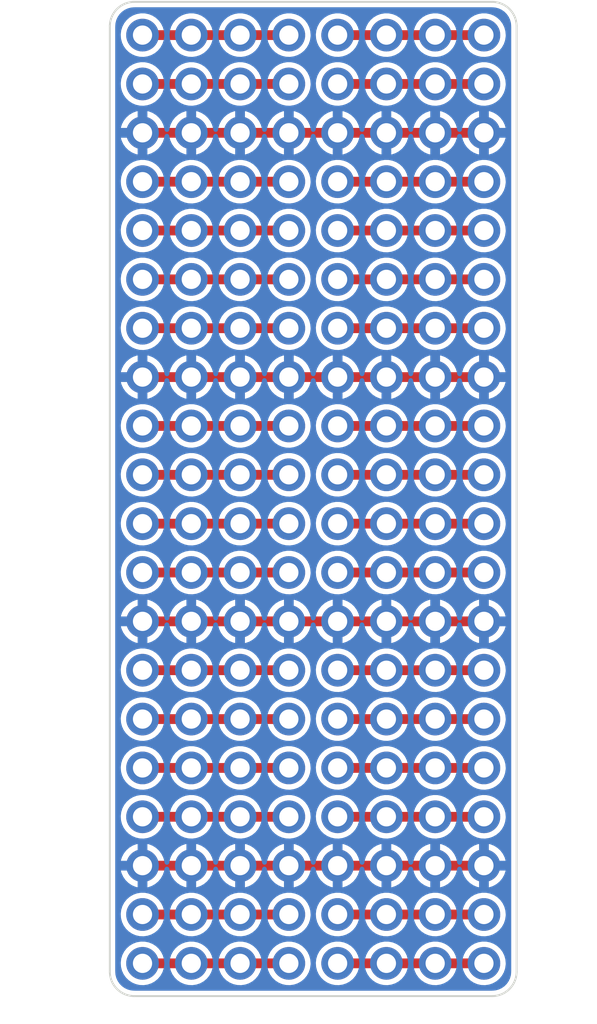
<source format=kicad_pcb>
(kicad_pcb (version 20211014) (generator pcbnew)
  (layers (0 "F.Cu" signal) (31 "B.Cu" signal) (34 "B.Paste" user) (35 "F.Paste" user) (36 "B.SilkS" user "B.Silkscreen") (37 "F.SilkS" user "F.Silkscreen") (38 "B.Mask" user) (39 "F.Mask" user) (44 "Edge.Cuts" user))
  (net 0 "")
  (net 1 "Net-(J1-Pad1)")
  (net 2 "Net-(J1-Pad2)")
  (net 3 "Net-(J1-Pad4)")
  (net 4 "Net-(J1-Pad5)")
  (net 5 "Net-(J1-Pad6)")
  (net 6 "Net-(J1-Pad7)")
  (net 7 "Net-(J1-Pad9)")
  (net 8 "Net-(J1-Pad10)")
  (net 9 "Net-(J1-Pad11)")
  (net 10 "Net-(J1-Pad12)")
  (net 11 "Net-(J1-Pad14)")
  (net 12 "Net-(J1-Pad15)")
  (net 13 "Net-(J1-Pad16)")
  (net 14 "Net-(J1-Pad17)")
  (net 15 "Net-(J1-Pad19)")
  (net 16 "Net-(J1-Pad20)")
  (net 17 "GND")
  (net 18 "Net-(J5-Pad1)")
  (net 19 "Net-(J5-Pad2)")
  (net 20 "Net-(J5-Pad4)")
  (net 21 "Net-(J5-Pad5)")
  (net 22 "Net-(J5-Pad6)")
  (net 23 "Net-(J5-Pad7)")
  (net 24 "Net-(J5-Pad9)")
  (net 25 "Net-(J5-Pad10)")
  (net 26 "Net-(J5-Pad11)")
  (net 27 "Net-(J5-Pad12)")
  (net 28 "Net-(J5-Pad14)")
  (net 29 "Net-(J5-Pad15)")
  (net 30 "Net-(J5-Pad16)")
  (net 31 "Net-(J5-Pad17)")
  (net 32 "Net-(J5-Pad19)")
  (net 33 "Net-(J5-Pad20)")
  (footprint "Library:PinHeader_1x20_P2.54mm_Vertical_Uniform" (layer "F.Cu") (at 160.4518 78.3082)
    (fp_text reference "J8" hide)
    (fp_text value "Right Header Pins" hide)
    (pad "1" thru_hole oval (at 0 0) (size 1.7 1.7) (drill 1) (layers *.Cu *.Mask) (net 18 "Net-(J5-Pad1)"))
    (pad "2" thru_hole oval (at 0 2.54) (size 1.7 1.7) (drill 1) (layers *.Cu *.Mask) (net 19 "Net-(J5-Pad2)"))
    (pad "3" thru_hole oval (at 0 5.08) (size 1.7 1.7) (drill 1) (layers *.Cu *.Mask) (net 17 "GND"))
    (pad "4" thru_hole oval (at 0 7.62) (size 1.7 1.7) (drill 1) (layers *.Cu *.Mask) (net 20 "Net-(J5-Pad4)"))
    (pad "5" thru_hole oval (at 0 10.16) (size 1.7 1.7) (drill 1) (layers *.Cu *.Mask) (net 21 "Net-(J5-Pad5)"))
    (pad "6" thru_hole oval (at 0 12.7) (size 1.7 1.7) (drill 1) (layers *.Cu *.Mask) (net 22 "Net-(J5-Pad6)"))
    (pad "7" thru_hole oval (at 0 15.24) (size 1.7 1.7) (drill 1) (layers *.Cu *.Mask) (net 23 "Net-(J5-Pad7)"))
    (pad "8" thru_hole oval (at 0 17.78) (size 1.7 1.7) (drill 1) (layers *.Cu *.Mask) (net 17 "GND"))
    (pad "9" thru_hole oval (at 0 20.32) (size 1.7 1.7) (drill 1) (layers *.Cu *.Mask) (net 24 "Net-(J5-Pad9)"))
    (pad "10" thru_hole oval (at 0 22.86) (size 1.7 1.7) (drill 1) (layers *.Cu *.Mask) (net 25 "Net-(J5-Pad10)"))
    (pad "11" thru_hole oval (at 0 25.4) (size 1.7 1.7) (drill 1) (layers *.Cu *.Mask) (net 26 "Net-(J5-Pad11)"))
    (pad "12" thru_hole oval (at 0 27.94) (size 1.7 1.7) (drill 1) (layers *.Cu *.Mask) (net 27 "Net-(J5-Pad12)"))
    (pad "13" thru_hole oval (at 0 30.48) (size 1.7 1.7) (drill 1) (layers *.Cu *.Mask) (net 17 "GND"))
    (pad "14" thru_hole oval (at 0 33.02) (size 1.7 1.7) (drill 1) (layers *.Cu *.Mask) (net 28 "Net-(J5-Pad14)"))
    (pad "15" thru_hole oval (at 0 35.56) (size 1.7 1.7) (drill 1) (layers *.Cu *.Mask) (net 29 "Net-(J5-Pad15)"))
    (pad "16" thru_hole oval (at 0 38.1) (size 1.7 1.7) (drill 1) (layers *.Cu *.Mask) (net 30 "Net-(J5-Pad16)"))
    (pad "17" thru_hole oval (at 0 40.64) (size 1.7 1.7) (drill 1) (layers *.Cu *.Mask) (net 31 "Net-(J5-Pad17)"))
    (pad "18" thru_hole oval (at 0 43.18) (size 1.7 1.7) (drill 1) (layers *.Cu *.Mask) (net 17 "GND"))
    (pad "19" thru_hole oval (at 0 45.72) (size 1.7 1.7) (drill 1) (layers *.Cu *.Mask) (net 32 "Net-(J5-Pad19)"))
    (pad "20" thru_hole oval (at 0 48.26) (size 1.7 1.7) (drill 1) (layers *.Cu *.Mask) (net 33 "Net-(J5-Pad20)"))
  )
  (footprint "Library:PinHeader_1x20_P2.54mm_Vertical_Uniform" (layer "F.Cu") (at 157.9118 78.3082)
    (fp_text reference "J7" hide)
    (fp_text value "Right Header Pins" hide)
    (pad "1" thru_hole oval (at 0 0) (size 1.7 1.7) (drill 1) (layers *.Cu *.Mask) (net 18 "Net-(J5-Pad1)"))
    (pad "2" thru_hole oval (at 0 2.54) (size 1.7 1.7) (drill 1) (layers *.Cu *.Mask) (net 19 "Net-(J5-Pad2)"))
    (pad "3" thru_hole oval (at 0 5.08) (size 1.7 1.7) (drill 1) (layers *.Cu *.Mask) (net 17 "GND"))
    (pad "4" thru_hole oval (at 0 7.62) (size 1.7 1.7) (drill 1) (layers *.Cu *.Mask) (net 20 "Net-(J5-Pad4)"))
    (pad "5" thru_hole oval (at 0 10.16) (size 1.7 1.7) (drill 1) (layers *.Cu *.Mask) (net 21 "Net-(J5-Pad5)"))
    (pad "6" thru_hole oval (at 0 12.7) (size 1.7 1.7) (drill 1) (layers *.Cu *.Mask) (net 22 "Net-(J5-Pad6)"))
    (pad "7" thru_hole oval (at 0 15.24) (size 1.7 1.7) (drill 1) (layers *.Cu *.Mask) (net 23 "Net-(J5-Pad7)"))
    (pad "8" thru_hole oval (at 0 17.78) (size 1.7 1.7) (drill 1) (layers *.Cu *.Mask) (net 17 "GND"))
    (pad "9" thru_hole oval (at 0 20.32) (size 1.7 1.7) (drill 1) (layers *.Cu *.Mask) (net 24 "Net-(J5-Pad9)"))
    (pad "10" thru_hole oval (at 0 22.86) (size 1.7 1.7) (drill 1) (layers *.Cu *.Mask) (net 25 "Net-(J5-Pad10)"))
    (pad "11" thru_hole oval (at 0 25.4) (size 1.7 1.7) (drill 1) (layers *.Cu *.Mask) (net 26 "Net-(J5-Pad11)"))
    (pad "12" thru_hole oval (at 0 27.94) (size 1.7 1.7) (drill 1) (layers *.Cu *.Mask) (net 27 "Net-(J5-Pad12)"))
    (pad "13" thru_hole oval (at 0 30.48) (size 1.7 1.7) (drill 1) (layers *.Cu *.Mask) (net 17 "GND"))
    (pad "14" thru_hole oval (at 0 33.02) (size 1.7 1.7) (drill 1) (layers *.Cu *.Mask) (net 28 "Net-(J5-Pad14)"))
    (pad "15" thru_hole oval (at 0 35.56) (size 1.7 1.7) (drill 1) (layers *.Cu *.Mask) (net 29 "Net-(J5-Pad15)"))
    (pad "16" thru_hole oval (at 0 38.1) (size 1.7 1.7) (drill 1) (layers *.Cu *.Mask) (net 30 "Net-(J5-Pad16)"))
    (pad "17" thru_hole oval (at 0 40.64) (size 1.7 1.7) (drill 1) (layers *.Cu *.Mask) (net 31 "Net-(J5-Pad17)"))
    (pad "18" thru_hole oval (at 0 43.18) (size 1.7 1.7) (drill 1) (layers *.Cu *.Mask) (net 17 "GND"))
    (pad "19" thru_hole oval (at 0 45.72) (size 1.7 1.7) (drill 1) (layers *.Cu *.Mask) (net 32 "Net-(J5-Pad19)"))
    (pad "20" thru_hole oval (at 0 48.26) (size 1.7 1.7) (drill 1) (layers *.Cu *.Mask) (net 33 "Net-(J5-Pad20)"))
  )
  (footprint "Library:PinHeader_1x20_P2.54mm_Vertical_Uniform" (layer "F.Cu") (at 145.2118 78.3082)
    (fp_text reference "J2" hide)
    (fp_text value "Left Header Pins" hide)
    (pad "1" thru_hole oval (at 0 0) (size 1.7 1.7) (drill 1) (layers *.Cu *.Mask) (net 1 "Net-(J1-Pad1)"))
    (pad "2" thru_hole oval (at 0 2.54) (size 1.7 1.7) (drill 1) (layers *.Cu *.Mask) (net 2 "Net-(J1-Pad2)"))
    (pad "3" thru_hole oval (at 0 5.08) (size 1.7 1.7) (drill 1) (layers *.Cu *.Mask) (net 17 "GND"))
    (pad "4" thru_hole oval (at 0 7.62) (size 1.7 1.7) (drill 1) (layers *.Cu *.Mask) (net 3 "Net-(J1-Pad4)"))
    (pad "5" thru_hole oval (at 0 10.16) (size 1.7 1.7) (drill 1) (layers *.Cu *.Mask) (net 4 "Net-(J1-Pad5)"))
    (pad "6" thru_hole oval (at 0 12.7) (size 1.7 1.7) (drill 1) (layers *.Cu *.Mask) (net 5 "Net-(J1-Pad6)"))
    (pad "7" thru_hole oval (at 0 15.24) (size 1.7 1.7) (drill 1) (layers *.Cu *.Mask) (net 6 "Net-(J1-Pad7)"))
    (pad "8" thru_hole oval (at 0 17.78) (size 1.7 1.7) (drill 1) (layers *.Cu *.Mask) (net 17 "GND"))
    (pad "9" thru_hole oval (at 0 20.32) (size 1.7 1.7) (drill 1) (layers *.Cu *.Mask) (net 7 "Net-(J1-Pad9)"))
    (pad "10" thru_hole oval (at 0 22.86) (size 1.7 1.7) (drill 1) (layers *.Cu *.Mask) (net 8 "Net-(J1-Pad10)"))
    (pad "11" thru_hole oval (at 0 25.4) (size 1.7 1.7) (drill 1) (layers *.Cu *.Mask) (net 9 "Net-(J1-Pad11)"))
    (pad "12" thru_hole oval (at 0 27.94) (size 1.7 1.7) (drill 1) (layers *.Cu *.Mask) (net 10 "Net-(J1-Pad12)"))
    (pad "13" thru_hole oval (at 0 30.48) (size 1.7 1.7) (drill 1) (layers *.Cu *.Mask) (net 17 "GND"))
    (pad "14" thru_hole oval (at 0 33.02) (size 1.7 1.7) (drill 1) (layers *.Cu *.Mask) (net 11 "Net-(J1-Pad14)"))
    (pad "15" thru_hole oval (at 0 35.56) (size 1.7 1.7) (drill 1) (layers *.Cu *.Mask) (net 12 "Net-(J1-Pad15)"))
    (pad "16" thru_hole oval (at 0 38.1) (size 1.7 1.7) (drill 1) (layers *.Cu *.Mask) (net 13 "Net-(J1-Pad16)"))
    (pad "17" thru_hole oval (at 0 40.64) (size 1.7 1.7) (drill 1) (layers *.Cu *.Mask) (net 14 "Net-(J1-Pad17)"))
    (pad "18" thru_hole oval (at 0 43.18) (size 1.7 1.7) (drill 1) (layers *.Cu *.Mask) (net 17 "GND"))
    (pad "19" thru_hole oval (at 0 45.72) (size 1.7 1.7) (drill 1) (layers *.Cu *.Mask) (net 15 "Net-(J1-Pad19)"))
    (pad "20" thru_hole oval (at 0 48.26) (size 1.7 1.7) (drill 1) (layers *.Cu *.Mask) (net 16 "Net-(J1-Pad20)"))
  )
  (footprint "Library:PinHeader_1x20_P2.54mm_Vertical_Uniform" (layer "F.Cu") (at 147.7518 78.3082)
    (fp_text reference "J3" hide)
    (fp_text value "Left Header Pins" hide)
    (pad "1" thru_hole oval (at 0 0) (size 1.7 1.7) (drill 1) (layers *.Cu *.Mask) (net 1 "Net-(J1-Pad1)"))
    (pad "2" thru_hole oval (at 0 2.54) (size 1.7 1.7) (drill 1) (layers *.Cu *.Mask) (net 2 "Net-(J1-Pad2)"))
    (pad "3" thru_hole oval (at 0 5.08) (size 1.7 1.7) (drill 1) (layers *.Cu *.Mask) (net 17 "GND"))
    (pad "4" thru_hole oval (at 0 7.62) (size 1.7 1.7) (drill 1) (layers *.Cu *.Mask) (net 3 "Net-(J1-Pad4)"))
    (pad "5" thru_hole oval (at 0 10.16) (size 1.7 1.7) (drill 1) (layers *.Cu *.Mask) (net 4 "Net-(J1-Pad5)"))
    (pad "6" thru_hole oval (at 0 12.7) (size 1.7 1.7) (drill 1) (layers *.Cu *.Mask) (net 5 "Net-(J1-Pad6)"))
    (pad "7" thru_hole oval (at 0 15.24) (size 1.7 1.7) (drill 1) (layers *.Cu *.Mask) (net 6 "Net-(J1-Pad7)"))
    (pad "8" thru_hole oval (at 0 17.78) (size 1.7 1.7) (drill 1) (layers *.Cu *.Mask) (net 17 "GND"))
    (pad "9" thru_hole oval (at 0 20.32) (size 1.7 1.7) (drill 1) (layers *.Cu *.Mask) (net 7 "Net-(J1-Pad9)"))
    (pad "10" thru_hole oval (at 0 22.86) (size 1.7 1.7) (drill 1) (layers *.Cu *.Mask) (net 8 "Net-(J1-Pad10)"))
    (pad "11" thru_hole oval (at 0 25.4) (size 1.7 1.7) (drill 1) (layers *.Cu *.Mask) (net 9 "Net-(J1-Pad11)"))
    (pad "12" thru_hole oval (at 0 27.94) (size 1.7 1.7) (drill 1) (layers *.Cu *.Mask) (net 10 "Net-(J1-Pad12)"))
    (pad "13" thru_hole oval (at 0 30.48) (size 1.7 1.7) (drill 1) (layers *.Cu *.Mask) (net 17 "GND"))
    (pad "14" thru_hole oval (at 0 33.02) (size 1.7 1.7) (drill 1) (layers *.Cu *.Mask) (net 11 "Net-(J1-Pad14)"))
    (pad "15" thru_hole oval (at 0 35.56) (size 1.7 1.7) (drill 1) (layers *.Cu *.Mask) (net 12 "Net-(J1-Pad15)"))
    (pad "16" thru_hole oval (at 0 38.1) (size 1.7 1.7) (drill 1) (layers *.Cu *.Mask) (net 13 "Net-(J1-Pad16)"))
    (pad "17" thru_hole oval (at 0 40.64) (size 1.7 1.7) (drill 1) (layers *.Cu *.Mask) (net 14 "Net-(J1-Pad17)"))
    (pad "18" thru_hole oval (at 0 43.18) (size 1.7 1.7) (drill 1) (layers *.Cu *.Mask) (net 17 "GND"))
    (pad "19" thru_hole oval (at 0 45.72) (size 1.7 1.7) (drill 1) (layers *.Cu *.Mask) (net 15 "Net-(J1-Pad19)"))
    (pad "20" thru_hole oval (at 0 48.26) (size 1.7 1.7) (drill 1) (layers *.Cu *.Mask) (net 16 "Net-(J1-Pad20)"))
  )
  (footprint "Library:PinHeader_1x20_P2.54mm_Vertical_Uniform" (layer "F.Cu") (at 150.2918 78.3082)
    (fp_text reference "J4" hide)
    (fp_text value "Left Header Pins" hide)
    (pad "1" thru_hole oval (at 0 0) (size 1.7 1.7) (drill 1) (layers *.Cu *.Mask) (net 1 "Net-(J1-Pad1)"))
    (pad "2" thru_hole oval (at 0 2.54) (size 1.7 1.7) (drill 1) (layers *.Cu *.Mask) (net 2 "Net-(J1-Pad2)"))
    (pad "3" thru_hole oval (at 0 5.08) (size 1.7 1.7) (drill 1) (layers *.Cu *.Mask) (net 17 "GND"))
    (pad "4" thru_hole oval (at 0 7.62) (size 1.7 1.7) (drill 1) (layers *.Cu *.Mask) (net 3 "Net-(J1-Pad4)"))
    (pad "5" thru_hole oval (at 0 10.16) (size 1.7 1.7) (drill 1) (layers *.Cu *.Mask) (net 4 "Net-(J1-Pad5)"))
    (pad "6" thru_hole oval (at 0 12.7) (size 1.7 1.7) (drill 1) (layers *.Cu *.Mask) (net 5 "Net-(J1-Pad6)"))
    (pad "7" thru_hole oval (at 0 15.24) (size 1.7 1.7) (drill 1) (layers *.Cu *.Mask) (net 6 "Net-(J1-Pad7)"))
    (pad "8" thru_hole oval (at 0 17.78) (size 1.7 1.7) (drill 1) (layers *.Cu *.Mask) (net 17 "GND"))
    (pad "9" thru_hole oval (at 0 20.32) (size 1.7 1.7) (drill 1) (layers *.Cu *.Mask) (net 7 "Net-(J1-Pad9)"))
    (pad "10" thru_hole oval (at 0 22.86) (size 1.7 1.7) (drill 1) (layers *.Cu *.Mask) (net 8 "Net-(J1-Pad10)"))
    (pad "11" thru_hole oval (at 0 25.4) (size 1.7 1.7) (drill 1) (layers *.Cu *.Mask) (net 9 "Net-(J1-Pad11)"))
    (pad "12" thru_hole oval (at 0 27.94) (size 1.7 1.7) (drill 1) (layers *.Cu *.Mask) (net 10 "Net-(J1-Pad12)"))
    (pad "13" thru_hole oval (at 0 30.48) (size 1.7 1.7) (drill 1) (layers *.Cu *.Mask) (net 17 "GND"))
    (pad "14" thru_hole oval (at 0 33.02) (size 1.7 1.7) (drill 1) (layers *.Cu *.Mask) (net 11 "Net-(J1-Pad14)"))
    (pad "15" thru_hole oval (at 0 35.56) (size 1.7 1.7) (drill 1) (layers *.Cu *.Mask) (net 12 "Net-(J1-Pad15)"))
    (pad "16" thru_hole oval (at 0 38.1) (size 1.7 1.7) (drill 1) (layers *.Cu *.Mask) (net 13 "Net-(J1-Pad16)"))
    (pad "17" thru_hole oval (at 0 40.64) (size 1.7 1.7) (drill 1) (layers *.Cu *.Mask) (net 14 "Net-(J1-Pad17)"))
    (pad "18" thru_hole oval (at 0 43.18) (size 1.7 1.7) (drill 1) (layers *.Cu *.Mask) (net 17 "GND"))
    (pad "19" thru_hole oval (at 0 45.72) (size 1.7 1.7) (drill 1) (layers *.Cu *.Mask) (net 15 "Net-(J1-Pad19)"))
    (pad "20" thru_hole oval (at 0 48.26) (size 1.7 1.7) (drill 1) (layers *.Cu *.Mask) (net 16 "Net-(J1-Pad20)"))
  )
  (footprint "Library:PinHeader_1x20_P2.54mm_Vertical_Uniform" (layer "F.Cu") (at 152.8318 78.3082)
    (fp_text reference "J5" hide)
    (fp_text value "Right Header Pins")
    (pad "1" thru_hole oval (at 0 0) (size 1.7 1.7) (drill 1) (layers *.Cu *.Mask) (net 18 "Net-(J5-Pad1)"))
    (pad "2" thru_hole oval (at 0 2.54) (size 1.7 1.7) (drill 1) (layers *.Cu *.Mask) (net 19 "Net-(J5-Pad2)"))
    (pad "3" thru_hole oval (at 0 5.08) (size 1.7 1.7) (drill 1) (layers *.Cu *.Mask) (net 17 "GND"))
    (pad "4" thru_hole oval (at 0 7.62) (size 1.7 1.7) (drill 1) (layers *.Cu *.Mask) (net 20 "Net-(J5-Pad4)"))
    (pad "5" thru_hole oval (at 0 10.16) (size 1.7 1.7) (drill 1) (layers *.Cu *.Mask) (net 21 "Net-(J5-Pad5)"))
    (pad "6" thru_hole oval (at 0 12.7) (size 1.7 1.7) (drill 1) (layers *.Cu *.Mask) (net 22 "Net-(J5-Pad6)"))
    (pad "7" thru_hole oval (at 0 15.24) (size 1.7 1.7) (drill 1) (layers *.Cu *.Mask) (net 23 "Net-(J5-Pad7)"))
    (pad "8" thru_hole oval (at 0 17.78) (size 1.7 1.7) (drill 1) (layers *.Cu *.Mask) (net 17 "GND"))
    (pad "9" thru_hole oval (at 0 20.32) (size 1.7 1.7) (drill 1) (layers *.Cu *.Mask) (net 24 "Net-(J5-Pad9)"))
    (pad "10" thru_hole oval (at 0 22.86) (size 1.7 1.7) (drill 1) (layers *.Cu *.Mask) (net 25 "Net-(J5-Pad10)"))
    (pad "11" thru_hole oval (at 0 25.4) (size 1.7 1.7) (drill 1) (layers *.Cu *.Mask) (net 26 "Net-(J5-Pad11)"))
    (pad "12" thru_hole oval (at 0 27.94) (size 1.7 1.7) (drill 1) (layers *.Cu *.Mask) (net 27 "Net-(J5-Pad12)"))
    (pad "13" thru_hole oval (at 0 30.48) (size 1.7 1.7) (drill 1) (layers *.Cu *.Mask) (net 17 "GND"))
    (pad "14" thru_hole oval (at 0 33.02) (size 1.7 1.7) (drill 1) (layers *.Cu *.Mask) (net 28 "Net-(J5-Pad14)"))
    (pad "15" thru_hole oval (at 0 35.56) (size 1.7 1.7) (drill 1) (layers *.Cu *.Mask) (net 29 "Net-(J5-Pad15)"))
    (pad "16" thru_hole oval (at 0 38.1) (size 1.7 1.7) (drill 1) (layers *.Cu *.Mask) (net 30 "Net-(J5-Pad16)"))
    (pad "17" thru_hole oval (at 0 40.64) (size 1.7 1.7) (drill 1) (layers *.Cu *.Mask) (net 31 "Net-(J5-Pad17)"))
    (pad "18" thru_hole oval (at 0 43.18) (size 1.7 1.7) (drill 1) (layers *.Cu *.Mask) (net 17 "GND"))
    (pad "19" thru_hole oval (at 0 45.72) (size 1.7 1.7) (drill 1) (layers *.Cu *.Mask) (net 32 "Net-(J5-Pad19)"))
    (pad "20" thru_hole oval (at 0 48.26) (size 1.7 1.7) (drill 1) (layers *.Cu *.Mask) (net 33 "Net-(J5-Pad20)"))
  )
  (footprint "Library:PinHeader_1x20_P2.54mm_Vertical_Uniform" (layer "F.Cu") (at 142.6718 78.3082)
    (fp_text reference "J1" hide)
    (fp_text value "Left Header Pins")
    (pad "1" thru_hole oval (at 0 0) (size 1.7 1.7) (drill 1) (layers *.Cu *.Mask) (net 1 "Net-(J1-Pad1)"))
    (pad "2" thru_hole oval (at 0 2.54) (size 1.7 1.7) (drill 1) (layers *.Cu *.Mask) (net 2 "Net-(J1-Pad2)"))
    (pad "3" thru_hole oval (at 0 5.08) (size 1.7 1.7) (drill 1) (layers *.Cu *.Mask) (net 17 "GND"))
    (pad "4" thru_hole oval (at 0 7.62) (size 1.7 1.7) (drill 1) (layers *.Cu *.Mask) (net 3 "Net-(J1-Pad4)"))
    (pad "5" thru_hole oval (at 0 10.16) (size 1.7 1.7) (drill 1) (layers *.Cu *.Mask) (net 4 "Net-(J1-Pad5)"))
    (pad "6" thru_hole oval (at 0 12.7) (size 1.7 1.7) (drill 1) (layers *.Cu *.Mask) (net 5 "Net-(J1-Pad6)"))
    (pad "7" thru_hole oval (at 0 15.24) (size 1.7 1.7) (drill 1) (layers *.Cu *.Mask) (net 6 "Net-(J1-Pad7)"))
    (pad "8" thru_hole oval (at 0 17.78) (size 1.7 1.7) (drill 1) (layers *.Cu *.Mask) (net 17 "GND"))
    (pad "9" thru_hole oval (at 0 20.32) (size 1.7 1.7) (drill 1) (layers *.Cu *.Mask) (net 7 "Net-(J1-Pad9)"))
    (pad "10" thru_hole oval (at 0 22.86) (size 1.7 1.7) (drill 1) (layers *.Cu *.Mask) (net 8 "Net-(J1-Pad10)"))
    (pad "11" thru_hole oval (at 0 25.4) (size 1.7 1.7) (drill 1) (layers *.Cu *.Mask) (net 9 "Net-(J1-Pad11)"))
    (pad "12" thru_hole oval (at 0 27.94) (size 1.7 1.7) (drill 1) (layers *.Cu *.Mask) (net 10 "Net-(J1-Pad12)"))
    (pad "13" thru_hole oval (at 0 30.48) (size 1.7 1.7) (drill 1) (layers *.Cu *.Mask) (net 17 "GND"))
    (pad "14" thru_hole oval (at 0 33.02) (size 1.7 1.7) (drill 1) (layers *.Cu *.Mask) (net 11 "Net-(J1-Pad14)"))
    (pad "15" thru_hole oval (at 0 35.56) (size 1.7 1.7) (drill 1) (layers *.Cu *.Mask) (net 12 "Net-(J1-Pad15)"))
    (pad "16" thru_hole oval (at 0 38.1) (size 1.7 1.7) (drill 1) (layers *.Cu *.Mask) (net 13 "Net-(J1-Pad16)"))
    (pad "17" thru_hole oval (at 0 40.64) (size 1.7 1.7) (drill 1) (layers *.Cu *.Mask) (net 14 "Net-(J1-Pad17)"))
    (pad "18" thru_hole oval (at 0 43.18) (size 1.7 1.7) (drill 1) (layers *.Cu *.Mask) (net 17 "GND"))
    (pad "19" thru_hole oval (at 0 45.72) (size 1.7 1.7) (drill 1) (layers *.Cu *.Mask) (net 15 "Net-(J1-Pad19)"))
    (pad "20" thru_hole oval (at 0 48.26) (size 1.7 1.7) (drill 1) (layers *.Cu *.Mask) (net 16 "Net-(J1-Pad20)"))
  )
  (footprint "Library:PinHeader_1x20_P2.54mm_Vertical_Uniform" (layer "F.Cu") (at 155.3718 78.3082)
    (fp_text reference "J6" hide)
    (fp_text value "Right Header Pins" hide)
    (pad "1" thru_hole oval (at 0 0) (size 1.7 1.7) (drill 1) (layers *.Cu *.Mask) (net 18 "Net-(J5-Pad1)"))
    (pad "2" thru_hole oval (at 0 2.54) (size 1.7 1.7) (drill 1) (layers *.Cu *.Mask) (net 19 "Net-(J5-Pad2)"))
    (pad "3" thru_hole oval (at 0 5.08) (size 1.7 1.7) (drill 1) (layers *.Cu *.Mask) (net 17 "GND"))
    (pad "4" thru_hole oval (at 0 7.62) (size 1.7 1.7) (drill 1) (layers *.Cu *.Mask) (net 20 "Net-(J5-Pad4)"))
    (pad "5" thru_hole oval (at 0 10.16) (size 1.7 1.7) (drill 1) (layers *.Cu *.Mask) (net 21 "Net-(J5-Pad5)"))
    (pad "6" thru_hole oval (at 0 12.7) (size 1.7 1.7) (drill 1) (layers *.Cu *.Mask) (net 22 "Net-(J5-Pad6)"))
    (pad "7" thru_hole oval (at 0 15.24) (size 1.7 1.7) (drill 1) (layers *.Cu *.Mask) (net 23 "Net-(J5-Pad7)"))
    (pad "8" thru_hole oval (at 0 17.78) (size 1.7 1.7) (drill 1) (layers *.Cu *.Mask) (net 17 "GND"))
    (pad "9" thru_hole oval (at 0 20.32) (size 1.7 1.7) (drill 1) (layers *.Cu *.Mask) (net 24 "Net-(J5-Pad9)"))
    (pad "10" thru_hole oval (at 0 22.86) (size 1.7 1.7) (drill 1) (layers *.Cu *.Mask) (net 25 "Net-(J5-Pad10)"))
    (pad "11" thru_hole oval (at 0 25.4) (size 1.7 1.7) (drill 1) (layers *.Cu *.Mask) (net 26 "Net-(J5-Pad11)"))
    (pad "12" thru_hole oval (at 0 27.94) (size 1.7 1.7) (drill 1) (layers *.Cu *.Mask) (net 27 "Net-(J5-Pad12)"))
    (pad "13" thru_hole oval (at 0 30.48) (size 1.7 1.7) (drill 1) (layers *.Cu *.Mask) (net 17 "GND"))
    (pad "14" thru_hole oval (at 0 33.02) (size 1.7 1.7) (drill 1) (layers *.Cu *.Mask) (net 28 "Net-(J5-Pad14)"))
    (pad "15" thru_hole oval (at 0 35.56) (size 1.7 1.7) (drill 1) (layers *.Cu *.Mask) (net 29 "Net-(J5-Pad15)"))
    (pad "16" thru_hole oval (at 0 38.1) (size 1.7 1.7) (drill 1) (layers *.Cu *.Mask) (net 30 "Net-(J5-Pad16)"))
    (pad "17" thru_hole oval (at 0 40.64) (size 1.7 1.7) (drill 1) (layers *.Cu *.Mask) (net 31 "Net-(J5-Pad17)"))
    (pad "18" thru_hole oval (at 0 43.18) (size 1.7 1.7) (drill 1) (layers *.Cu *.Mask) (net 17 "GND"))
    (pad "19" thru_hole oval (at 0 45.72) (size 1.7 1.7) (drill 1) (layers *.Cu *.Mask) (net 32 "Net-(J5-Pad19)"))
    (pad "20" thru_hole oval (at 0 48.26) (size 1.7 1.7) (drill 1) (layers *.Cu *.Mask) (net 33 "Net-(J5-Pad20)"))
  )
  (gr_line (start 160.8836 76.581) (end 142.1892 76.581) (layer "Edge.Cuts") (width 0.1))
  (gr_line (start 162.1536 127.0254) (end 162.1536 77.8002) (layer "Edge.Cuts") (width 0.1))
  (gr_arc (start 162.1536 127) (mid 161.781626 127.898026) (end 160.8836 128.27) (layer "Edge.Cuts") (width 0.1))
  (gr_line (start 142.24 128.27) (end 160.8836 128.27) (layer "Edge.Cuts") (width 0.1))
  (gr_line (start 140.97 77.8002) (end 140.97 127) (layer "Edge.Cuts") (width 0.1))
  (gr_arc (start 142.24 128.27) (mid 141.341974 127.898026) (end 140.97 127) (layer "Edge.Cuts") (width 0.1))
  (gr_arc (start 140.97 77.851) (mid 141.341974 76.952974) (end 142.24 76.581) (layer "Edge.Cuts") (width 0.1))
  (gr_arc (start 160.8836 76.581) (mid 161.781626 76.952974) (end 162.1536 77.851) (layer "Edge.Cuts") (width 0.1))
  (segment (start 142.6718 78.3082) (end 150.2918 78.3082) (width 0.508) (layer "F.Cu") (net 1))
  (segment (start 142.6718 80.8482) (end 150.2918 80.8482) (width 0.508) (layer "F.Cu") (net 2))
  (segment (start 142.6718 85.9282) (end 150.2918 85.9282) (width 0.508) (layer "F.Cu") (net 3))
  (segment (start 142.6718 88.4682) (end 150.2918 88.4682) (width 0.508) (layer "F.Cu") (net 4))
  (segment (start 142.6718 91.0082) (end 150.2918 91.0082) (width 0.508) (layer "F.Cu") (net 5))
  (segment (start 142.6718 93.5482) (end 150.2918 93.5482) (width 0.508) (layer "F.Cu") (net 6))
  (segment (start 142.6718 98.6282) (end 150.2918 98.6282) (width 0.508) (layer "F.Cu") (net 7))
  (segment (start 142.6718 101.1682) (end 150.2918 101.1682) (width 0.508) (layer "F.Cu") (net 8))
  (segment (start 142.6718 103.7082) (end 150.2918 103.7082) (width 0.508) (layer "F.Cu") (net 9))
  (segment (start 142.6718 106.2482) (end 150.2918 106.2482) (width 0.508) (layer "F.Cu") (net 10))
  (segment (start 142.6718 111.3282) (end 150.2918 111.3282) (width 0.508) (layer "F.Cu") (net 11))
  (segment (start 142.6718 113.8682) (end 150.2918 113.8682) (width 0.508) (layer "F.Cu") (net 12))
  (segment (start 142.6718 116.4082) (end 150.2918 116.4082) (width 0.508) (layer "F.Cu") (net 13))
  (segment (start 142.6718 118.9482) (end 150.2918 118.9482) (width 0.508) (layer "F.Cu") (net 14))
  (segment (start 142.6718 124.0282) (end 150.2918 124.0282) (width 0.508) (layer "F.Cu") (net 15))
  (segment (start 142.6718 126.5682) (end 150.2918 126.5682) (width 0.508) (layer "F.Cu") (net 16))
  (segment (start 142.6718 108.7882) (end 160.4518 108.7882) (width 0.508) (layer "F.Cu") (net 17))
  (segment (start 142.6718 96.0882) (end 160.4518 96.0882) (width 0.508) (layer "F.Cu") (net 17))
  (segment (start 142.6718 121.4882) (end 160.4518 121.4882) (width 0.508) (layer "F.Cu") (net 17))
  (segment (start 142.6718 83.3882) (end 160.4518 83.3882) (width 0.508) (layer "F.Cu") (net 17))
  (segment (start 152.8318 78.3082) (end 160.4518 78.3082) (width 0.508) (layer "F.Cu") (net 18))
  (segment (start 152.8318 80.8482) (end 160.4518 80.8482) (width 0.508) (layer "F.Cu") (net 19))
  (segment (start 152.8318 85.9282) (end 160.4518 85.9282) (width 0.508) (layer "F.Cu") (net 20))
  (segment (start 152.8318 88.4682) (end 160.4518 88.4682) (width 0.508) (layer "F.Cu") (net 21))
  (segment (start 152.8318 91.0082) (end 160.4518 91.0082) (width 0.508) (layer "F.Cu") (net 22))
  (segment (start 152.8318 93.5482) (end 160.4518 93.5482) (width 0.508) (layer "F.Cu") (net 23))
  (segment (start 152.8318 98.6282) (end 160.4518 98.6282) (width 0.508) (layer "F.Cu") (net 24))
  (segment (start 152.8318 101.1682) (end 160.4518 101.1682) (width 0.508) (layer "F.Cu") (net 25))
  (segment (start 152.8318 103.7082) (end 160.4518 103.7082) (width 0.508) (layer "F.Cu") (net 26))
  (segment (start 152.8318 106.2482) (end 160.4518 106.2482) (width 0.508) (layer "F.Cu") (net 27))
  (segment (start 152.8318 111.3282) (end 160.4518 111.3282) (width 0.508) (layer "F.Cu") (net 28))
  (segment (start 152.8318 113.8682) (end 160.4518 113.8682) (width 0.508) (layer "F.Cu") (net 29))
  (segment (start 152.8318 116.4082) (end 160.4518 116.4082) (width 0.508) (layer "F.Cu") (net 30))
  (segment (start 152.8318 118.9482) (end 160.4518 118.9482) (width 0.508) (layer "F.Cu") (net 31))
  (segment (start 152.8318 124.0282) (end 160.4518 124.0282) (width 0.508) (layer "F.Cu") (net 32))
  (segment (start 152.8318 126.5682) (end 160.4518 126.5682) (width 0.508) (layer "F.Cu") (net 33))
  (zone (net 17) (net_name "GND") (layer "B.Cu") (name "GND") (connect_pads (clearance 0.2794)) (min_thickness 0.254) (fill yes (thermal_gap 0.3048) (thermal_bridge_width 0.508))
    (polygon (pts (xy 162.1028 128.2192) (xy 141.0208 128.2192) (xy 141.0208 76.6318) (xy 162.1028 76.6318)))
  )
)
</source>
